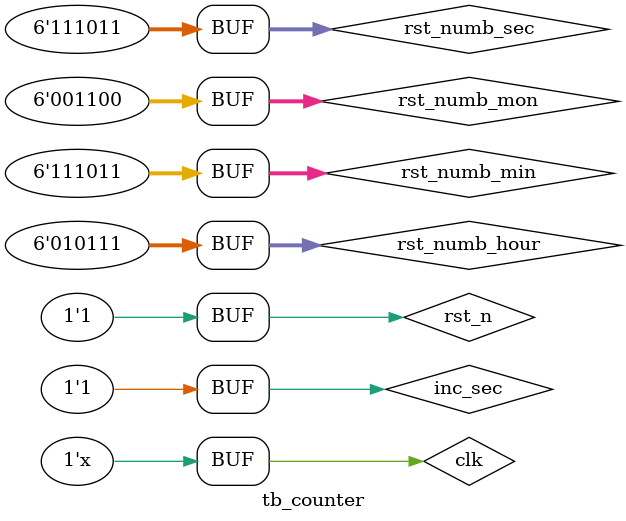
<source format=v>
`timescale 10ns/1ps

module tb_counter ();
	reg clk;
	reg rst_n;
	reg inc_sec;
	wire inc_min;
	wire inc_hour;
	wire inc_day;
	wire inc_mon;
	wire inc_year;

	wire [5:0] out_sec;
	wire [5:0] out_min;
	wire [5:0] out_hour;
	wire [5:0] out_day;	
	wire [5:0] out_mon;
	wire [5:0] out_year;
	wire clk_1Hz;
	
	wire [5:0] rst_numb_sec, rst_numb_min, rst_numb_hour, rst_numb_day, rst_numb_mon;
	assign rst_numb_sec = 59;
	assign rst_numb_min = 59;
	assign rst_numb_hour = 23;
	assign rst_numb_mon = 12;

	conv_freq conv_freq(.clk_in(clk), .clk_out(clk_1Hz));
	counter_sec cnt_sec(.clk_1Hz(clk_1Hz), .rst_n(rst_n), .inc_sec(inc_sec), .rst_numb_sec(rst_numb_sec), .inc_min(inc_min), .out_sec(out_sec));
	counter_min cnt_min(.clk_1Hz(clk_1Hz), .rst_n(rst_n), .inc_min(inc_min) , .rst_numb_min(rst_numb_min), .inc_hour(inc_hour), .out_min(out_min));
	counter_hour cnt_hour(.clk_1Hz(clk_1Hz), .rst_n(rst_n), .inc_hour(inc_hour), .rst_numb_hour(rst_numb_hour), .inc_day(inc_day), .out_hour(out_hour));
	day_of_mon dom(.rst_n(rst_n), .in_mon(out_mon), .in_year(out_year), .rst_day(rst_numb_day));
	counter_day cnt_day(.clk_1Hz(clk_1Hz), .rst_n  (rst_n), .inc_day(inc_day), .rst_numb_day(rst_numb_day), .inc_mon(inc_mon), .out_day(out_day));
	counter_mon cnt_mon(.clk_1Hz(clk_1Hz), .rst_n  (rst_n), .inc_mon(inc_mon), .rst_numb_mon(rst_numb_mon), .inc_year(inc_year), .out_mon(out_mon));
	counter_year cnt_year(.clk_1Hz(clk_1Hz), .rst_n  (rst_n), .inc_year(inc_year), .out_year(out_year));	
	
	initial 
	begin
		clk = 1;
		rst_n = 0;
		inc_sec = 1;
	end
	
	always #1 {clk,rst_n}= {~clk,1'b1};
	
endmodule

</source>
